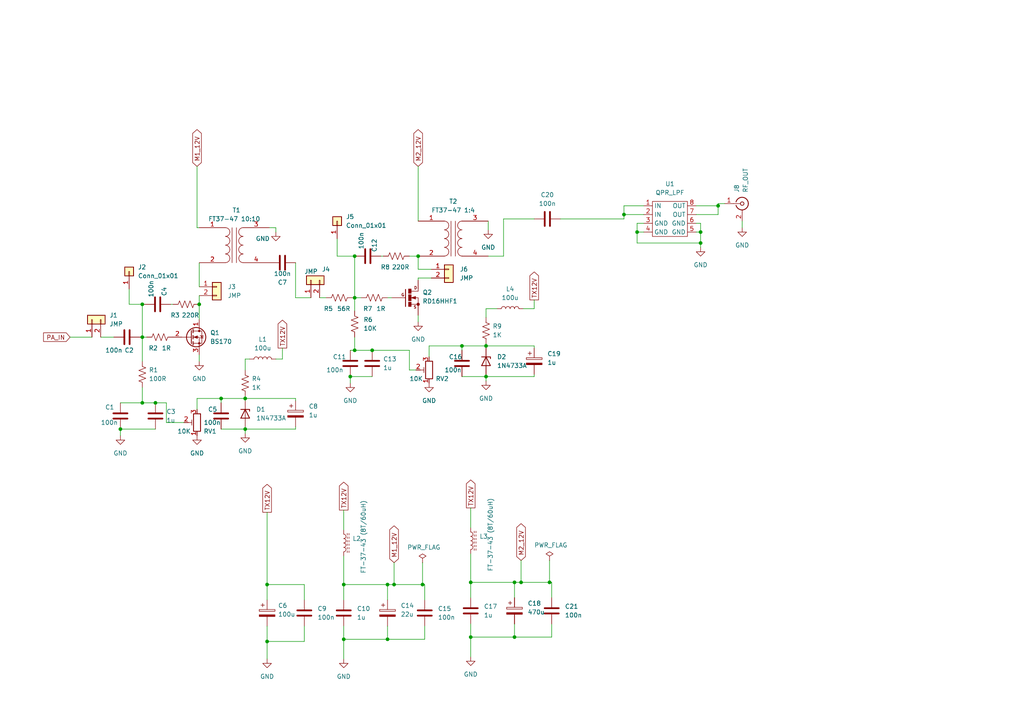
<source format=kicad_sch>
(kicad_sch (version 20211123) (generator eeschema)
  (paper "A4")
  (lib_symbols
    (symbol "Connector:Conn_Coaxial" (pin_names (offset 1.016) hide)
      (property "Reference" "J" (at 0.254 3.048 0))
      (property "Value" "Conn_Coaxial" (at 2.921 0 90))
      (symbol "Conn_Coaxial_0_1"
        (arc (start -1.778 -0.508) (mid 0.2311 -1.8066) (end 1.778 0) (stroke (width 0.254)))
        (polyline (pts (xy -2.54 0) (xy -0.508 0)))
        (polyline (pts (xy 0 -2.54) (xy 0 -1.778)))
        (circle (center 0 0) (radius 0.508) (stroke (width 0.2032)))
        (arc (start 1.778 0) (mid 0.2099 1.8101) (end -1.778 0.508) (stroke (width 0.254)))
      )
      (symbol "Conn_Coaxial_1_1"
        (pin passive line (at -5.08 0 0) (length 2.54) (name "In") (number "1"))
        (pin passive line (at 0 -5.08 90) (length 2.54) (name "Ext") (number "2"))
      )
    )
    (symbol "Connector_Generic:Conn_01x01" (pin_names (offset 1.016) hide)
      (property "Reference" "J" (at 0 2.54 0))
      (property "Value" "Conn_01x01" (at 0 -2.54 0))
      (symbol "Conn_01x01_1_1"
        (rectangle (start -1.27 0.127) (end 0 -0.127) (stroke (width 0.1524)))
        (rectangle (start -1.27 1.27) (end 1.27 -1.27) (stroke (width 0.254)) (fill (type background)))
        (pin passive line (at -5.08 0 0) (length 3.81) (name "Pin_1") (number "1"))
      )
    )
    (symbol "Connector_Generic:Conn_01x02" (pin_names (offset 1.016) hide)
      (property "Reference" "J" (at 0 2.54 0))
      (property "Value" "Conn_01x02" (at 0 -5.08 0))
      (symbol "Conn_01x02_1_1"
        (rectangle (start -1.27 -2.413) (end 0 -2.667) (stroke (width 0.1524)))
        (rectangle (start -1.27 0.127) (end 0 -0.127) (stroke (width 0.1524)))
        (rectangle (start -1.27 1.27) (end 1.27 -3.81) (stroke (width 0.254)) (fill (type background)))
        (pin passive line (at -5.08 0 0) (length 3.81) (name "Pin_1") (number "1"))
        (pin passive line (at -5.08 -2.54 0) (length 3.81) (name "Pin_2") (number "2"))
      )
    )
    (symbol "Custom_RF:Generic Transfomer" (pin_names (offset 1.016) hide)
      (property "Reference" "T" (at 0 6.35 0))
      (property "Value" "Generic Transfomer" (at 0 -7.62 0))
      (symbol "Generic Transfomer_0_1"
        (arc (start -2.54 -5.0546) (mid -1.6599 -4.6901) (end -1.27 -3.81))
        (arc (start -2.54 -2.5146) (mid -1.6599 -2.1501) (end -1.27 -1.27))
        (arc (start -2.54 0.0254) (mid -1.6599 0.3899) (end -1.27 1.27))
        (arc (start -2.54 2.5654) (mid -1.6599 2.9299) (end -1.27 3.81))
        (arc (start -1.27 -3.81) (mid -1.642 -2.912) (end -2.54 -2.54))
        (arc (start -1.27 -1.27) (mid -1.642 -0.372) (end -2.54 0))
        (arc (start -1.27 1.27) (mid -1.642 2.168) (end -2.54 2.54))
        (arc (start -1.27 3.81) (mid -1.642 4.708) (end -2.54 5.08))
        (polyline (pts (xy -0.635 5.08) (xy -0.635 -5.08)))
        (polyline (pts (xy 0.635 -5.08) (xy 0.635 5.08)))
        (arc (start 1.2954 -1.27) (mid 1.6599 -2.1501) (end 2.54 -2.5146))
        (arc (start 1.2954 1.27) (mid 1.6599 0.3899) (end 2.54 0.0254))
        (arc (start 1.2954 3.81) (mid 1.6599 2.9299) (end 2.54 2.5654))
        (arc (start 1.3208 -3.81) (mid 1.6853 -4.6901) (end 2.5654 -5.0546))
        (arc (start 2.54 0) (mid 1.642 -0.372) (end 1.2954 -1.27))
        (arc (start 2.54 2.54) (mid 1.642 2.168) (end 1.2954 1.27))
        (arc (start 2.54 5.08) (mid 1.642 4.708) (end 1.2954 3.81))
        (arc (start 2.5654 -2.54) (mid 1.6674 -2.912) (end 1.3208 -3.81))
      )
      (symbol "Generic Transfomer_1_1"
        (pin passive line (at -10.16 5.08 0) (length 7.62) (name "AA") (number "1"))
        (pin passive line (at -10.16 -5.08 0) (length 7.62) (name "AB") (number "2"))
        (pin passive line (at 10.16 5.08 180) (length 7.62) (name "SB") (number "3"))
        (pin passive line (at 10.16 -5.08 180) (length 7.62) (name "SA") (number "4"))
      )
    )
    (symbol "Custom_RF:QPR_Filter"
      (property "Reference" "U" (at 0 7.62 0))
      (property "Value" "QPR_Filter" (at 0 -7.62 0))
      (symbol "QPR_Filter_0_1"
        (rectangle (start -5.08 5.08) (end 5.08 -5.08))
      )
      (symbol "QPR_Filter_1_1"
        (pin bidirectional line (at -7.62 3.81 0) (length 2.54) (name "IN") (number "1"))
        (pin bidirectional line (at -7.62 1.27 0) (length 2.54) (name "IN") (number "2"))
        (pin power_in line (at -7.62 -1.27 0) (length 2.54) (name "GND") (number "3"))
        (pin power_in line (at -7.62 -3.81 0) (length 2.54) (name "GND") (number "4"))
        (pin power_in line (at 7.62 -3.81 180) (length 2.54) (name "GND") (number "5"))
        (pin power_in line (at 7.62 -1.27 180) (length 2.54) (name "GND") (number "6"))
        (pin bidirectional line (at 7.62 1.27 180) (length 2.54) (name "OUT") (number "7"))
        (pin bidirectional line (at 7.62 3.81 180) (length 2.54) (name "OUT") (number "8"))
      )
    )
    (symbol "Custom_RF:RD16HHF1" (pin_numbers hide) (pin_names (offset 1.016) hide)
      (property "Reference" "Q" (at 3.302 0.508 0))
      (property "Value" "RD16HHF1" (at 3.302 -0.508 0))
      (symbol "RD16HHF1_0_0"
        (rectangle (start -0.254 -2.54) (end 0.508 -1.27) (fill (type outline)))
        (rectangle (start -0.254 -0.889) (end 0.508 0.889) (fill (type outline)))
        (rectangle (start -0.254 1.27) (end 0.508 2.54) (fill (type outline)))
        (polyline (pts (xy -1.1176 0) (xy -2.54 0)) (stroke (width 0.1524)))
        (polyline (pts (xy -1.1176 0) (xy -1.1176 -2.54)) (stroke (width 0.254)))
        (polyline (pts (xy -1.1176 2.413) (xy -1.1176 0)) (stroke (width 0.254)))
        (polyline (pts (xy 0.508 -1.905) (xy 2.54 -1.905)) (stroke (width 0.1524)))
        (polyline (pts (xy 0.508 0) (xy 1.143 0)) (stroke (width 0.1524)))
        (polyline (pts (xy 0.508 0) (xy 1.778 0.381)) (stroke (width 0.1524)))
        (polyline (pts (xy 1.143 0) (xy 1.651 -0.127)) (stroke (width 0.3048)))
        (polyline (pts (xy 1.143 0) (xy 2.54 0)) (stroke (width 0.1524)))
        (polyline (pts (xy 1.651 0.127) (xy 1.143 0)) (stroke (width 0.3048)))
        (polyline (pts (xy 1.778 -0.381) (xy 0.508 0)) (stroke (width 0.1524)))
        (polyline (pts (xy 1.778 0.381) (xy 1.778 -0.381)) (stroke (width 0.1524)))
        (polyline (pts (xy 2.54 -1.905) (xy 2.54 -2.54)) (stroke (width 0.1524)))
        (polyline (pts (xy 2.54 0) (xy 2.54 -1.905)) (stroke (width 0.1524)))
        (polyline (pts (xy 2.54 1.905) (xy 0.5334 1.905)) (stroke (width 0.1524)))
        (polyline (pts (xy 2.54 2.54) (xy 2.54 1.905)) (stroke (width 0.1524)))
        (circle (center 2.54 -1.905) (radius 0.254) (stroke (width 0.4064)))
        (text "D" (at 1.27 2.413 0) (effects (font (size 0.8128 0.8128)) (justify left bottom)))
        (text "G" (at -2.413 0.381 0) (effects (font (size 0.8128 0.8128)) (justify left bottom)))
        (text "S" (at 1.143 -3.175 0) (effects (font (size 0.8128 0.8128)) (justify left bottom)))
        (pin passive line (at -5.08 0 0) (length 2.54) (name "~") (number "1"))
        (pin passive line (at 2.54 -5.08 90) (length 2.54) (name "~") (number "2"))
        (pin passive line (at 2.54 5.08 270) (length 2.54) (name "~") (number "3"))
      )
    )
    (symbol "Device:C" (pin_numbers hide) (pin_names (offset 0.254))
      (property "Reference" "C" (at 0.635 2.54 0))
      (property "Value" "C" (at 0.635 -2.54 0))
      (symbol "C_0_1"
        (polyline (pts (xy -2.032 -0.762) (xy 2.032 -0.762)) (stroke (width 0.508)))
        (polyline (pts (xy -2.032 0.762) (xy 2.032 0.762)) (stroke (width 0.508)))
      )
      (symbol "C_1_1"
        (pin passive line (at 0 3.81 270) (length 2.794) (name "~") (number "1"))
        (pin passive line (at 0 -3.81 90) (length 2.794) (name "~") (number "2"))
      )
    )
    (symbol "Device:C_Polarized" (pin_numbers hide) (pin_names (offset 0.254))
      (property "Reference" "C" (at 0.635 2.54 0))
      (property "Value" "C_Polarized" (at 0.635 -2.54 0))
      (symbol "C_Polarized_0_1"
        (rectangle (start -2.286 0.508) (end 2.286 1.016))
        (polyline (pts (xy -1.778 2.286) (xy -0.762 2.286)))
        (polyline (pts (xy -1.27 2.794) (xy -1.27 1.778)))
        (rectangle (start 2.286 -0.508) (end -2.286 -1.016) (fill (type outline)))
      )
      (symbol "C_Polarized_1_1"
        (pin passive line (at 0 3.81 270) (length 2.794) (name "~") (number "1"))
        (pin passive line (at 0 -3.81 90) (length 2.794) (name "~") (number "2"))
      )
    )
    (symbol "Device:L" (pin_numbers hide) (pin_names (offset 1.016) hide)
      (property "Reference" "L" (at -1.27 0 90))
      (property "Value" "L" (at 1.905 0 90))
      (symbol "L_0_1"
        (arc (start 0 -2.54) (mid 0.635 -1.905) (end 0 -1.27))
        (arc (start 0 -1.27) (mid 0.635 -0.635) (end 0 0))
        (arc (start 0 0) (mid 0.635 0.635) (end 0 1.27))
        (arc (start 0 1.27) (mid 0.635 1.905) (end 0 2.54))
      )
      (symbol "L_1_1"
        (pin passive line (at 0 3.81 270) (length 1.27) (name "1") (number "1"))
        (pin passive line (at 0 -3.81 90) (length 1.27) (name "2") (number "2"))
      )
    )
    (symbol "Device:L_Ferrite" (pin_numbers hide) (pin_names (offset 1.016) hide)
      (property "Reference" "L" (at -1.27 0 90))
      (property "Value" "L_Ferrite" (at 2.794 0 90))
      (symbol "L_Ferrite_0_1"
        (arc (start 0 -2.54) (mid 0.635 -1.905) (end 0 -1.27))
        (arc (start 0 -1.27) (mid 0.635 -0.635) (end 0 0))
        (polyline (pts (xy 1.016 -2.794) (xy 1.016 -2.286)))
        (polyline (pts (xy 1.016 -1.778) (xy 1.016 -1.27)))
        (polyline (pts (xy 1.016 -0.762) (xy 1.016 -0.254)))
        (polyline (pts (xy 1.016 0.254) (xy 1.016 0.762)))
        (polyline (pts (xy 1.016 1.27) (xy 1.016 1.778)))
        (polyline (pts (xy 1.016 2.286) (xy 1.016 2.794)))
        (polyline (pts (xy 1.524 -2.286) (xy 1.524 -2.794)))
        (polyline (pts (xy 1.524 -1.27) (xy 1.524 -1.778)))
        (polyline (pts (xy 1.524 -0.254) (xy 1.524 -0.762)))
        (polyline (pts (xy 1.524 0.762) (xy 1.524 0.254)))
        (polyline (pts (xy 1.524 1.778) (xy 1.524 1.27)))
        (polyline (pts (xy 1.524 2.794) (xy 1.524 2.286)))
        (arc (start 0 0) (mid 0.635 0.635) (end 0 1.27))
        (arc (start 0 1.27) (mid 0.635 1.905) (end 0 2.54))
      )
      (symbol "L_Ferrite_1_1"
        (pin passive line (at 0 3.81 270) (length 1.27) (name "1") (number "1"))
        (pin passive line (at 0 -3.81 90) (length 1.27) (name "2") (number "2"))
      )
    )
    (symbol "Device:R_Potentiometer_Trim" (pin_names (offset 1.016) hide)
      (property "Reference" "RV" (at -4.445 0 90))
      (property "Value" "R_Potentiometer_Trim" (at -2.54 0 90))
      (symbol "R_Potentiometer_Trim_0_1"
        (polyline (pts (xy 1.524 0.762) (xy 1.524 -0.762)))
        (polyline (pts (xy 2.54 0) (xy 1.524 0)))
        (rectangle (start 1.016 2.54) (end -1.016 -2.54) (stroke (width 0.254)))
      )
      (symbol "R_Potentiometer_Trim_1_1"
        (pin passive line (at 0 3.81 270) (length 1.27) (name "1") (number "1"))
        (pin passive line (at 3.81 0 180) (length 1.27) (name "2") (number "2"))
        (pin passive line (at 0 -3.81 90) (length 1.27) (name "3") (number "3"))
      )
    )
    (symbol "Device:R_US" (pin_numbers hide) (pin_names (offset 0))
      (property "Reference" "R" (at 2.54 0 90))
      (property "Value" "R_US" (at -2.54 0 90))
      (symbol "R_US_0_1"
        (polyline (pts (xy 0 -2.286) (xy 0 -2.54)))
        (polyline (pts (xy 0 2.286) (xy 0 2.54)))
        (polyline (pts (xy 0 -0.762) (xy 1.016 -1.143) (xy 0 -1.524) (xy -1.016 -1.905) (xy 0 -2.286)))
        (polyline (pts (xy 0 0.762) (xy 1.016 0.381) (xy 0 0) (xy -1.016 -0.381) (xy 0 -0.762)))
        (polyline (pts (xy 0 2.286) (xy 1.016 1.905) (xy 0 1.524) (xy -1.016 1.143) (xy 0 0.762)))
      )
      (symbol "R_US_1_1"
        (pin passive line (at 0 3.81 270) (length 1.27) (name "~") (number "1"))
        (pin passive line (at 0 -3.81 90) (length 1.27) (name "~") (number "2"))
      )
    )
    (symbol "Diode:1N47xxA" (pin_numbers hide) (pin_names hide)
      (property "Reference" "D" (at 0 2.54 0))
      (property "Value" "1N47xxA" (at 0 -2.54 0))
      (symbol "1N47xxA_0_1"
        (polyline (pts (xy 1.27 0) (xy -1.27 0)))
        (polyline (pts (xy -1.27 -1.27) (xy -1.27 1.27) (xy -0.762 1.27)) (stroke (width 0.254)))
        (polyline (pts (xy 1.27 -1.27) (xy 1.27 1.27) (xy -1.27 0) (xy 1.27 -1.27)) (stroke (width 0.254)))
      )
      (symbol "1N47xxA_1_1"
        (pin passive line (at -3.81 0 0) (length 2.54) (name "K") (number "1"))
        (pin passive line (at 3.81 0 180) (length 2.54) (name "A") (number "2"))
      )
    )
    (symbol "Transistor_FET:BS170" (pin_names hide)
      (property "Reference" "Q" (at 5.08 1.905 0))
      (property "Value" "BS170" (at 5.08 0 0))
      (symbol "BS170_0_1"
        (polyline (pts (xy 0.254 0) (xy -2.54 0)))
        (polyline (pts (xy 0.254 1.905) (xy 0.254 -1.905)) (stroke (width 0.254)))
        (polyline (pts (xy 0.762 -1.27) (xy 0.762 -2.286)) (stroke (width 0.254)))
        (polyline (pts (xy 0.762 0.508) (xy 0.762 -0.508)) (stroke (width 0.254)))
        (polyline (pts (xy 0.762 2.286) (xy 0.762 1.27)) (stroke (width 0.254)))
        (polyline (pts (xy 2.54 2.54) (xy 2.54 1.778)))
        (polyline (pts (xy 2.54 -2.54) (xy 2.54 0) (xy 0.762 0)))
        (polyline (pts (xy 0.762 -1.778) (xy 3.302 -1.778) (xy 3.302 1.778) (xy 0.762 1.778)))
        (polyline (pts (xy 1.016 0) (xy 2.032 0.381) (xy 2.032 -0.381) (xy 1.016 0)) (fill (type outline)))
        (polyline (pts (xy 2.794 0.508) (xy 2.921 0.381) (xy 3.683 0.381) (xy 3.81 0.254)))
        (polyline (pts (xy 3.302 0.381) (xy 2.921 -0.254) (xy 3.683 -0.254) (xy 3.302 0.381)))
        (circle (center 1.651 0) (radius 2.794) (stroke (width 0.254)))
        (circle (center 2.54 -1.778) (radius 0.254) (fill (type outline)))
        (circle (center 2.54 1.778) (radius 0.254) (fill (type outline)))
      )
      (symbol "BS170_1_1"
        (pin passive line (at 2.54 5.08 270) (length 2.54) (name "D") (number "1"))
        (pin input line (at -5.08 0 0) (length 2.54) (name "G") (number "2"))
        (pin passive line (at 2.54 -5.08 90) (length 2.54) (name "S") (number "3"))
      )
    )
    (symbol "power:GND" (power) (pin_names (offset 0))
      (property "Value" "GND" (at 0 -3.81 0))
      (symbol "GND_0_1"
        (polyline (pts (xy 0 0) (xy 0 -1.27) (xy 1.27 -1.27) (xy 0 -2.54) (xy -1.27 -1.27) (xy 0 -1.27)))
      )
      (symbol "GND_1_1"
        (pin power_in line (at 0 0 270) (length 0) hide (name "GND") (number "1"))
      )
    )
    (symbol "power:PWR_FLAG" (power) (pin_numbers hide) (pin_names (offset 0) hide)
      (property "Value" "PWR_FLAG" (at 0 3.81 0))
      (symbol "PWR_FLAG_0_0"
        (pin power_out line (at 0 0 90) (length 0) (name "pwr") (number "1"))
      )
      (symbol "PWR_FLAG_0_1"
        (polyline (pts (xy 0 0) (xy 0 1.27) (xy -1.016 1.905) (xy 0 2.54) (xy 1.016 1.905) (xy 0 1.27)))
      )
    )
  )
  (junction (at 107.95 101.6))
  (junction (at 136.525 168.91))
  (junction (at 149.225 184.785))
  (junction (at 203.2 70.485))
  (junction (at 77.47 186.055))
  (junction (at 102.87 101.6))
  (junction (at 41.275 97.79))
  (junction (at 57.785 88.265))
  (junction (at 159.385 168.91))
  (junction (at 180.975 62.23))
  (junction (at 64.135 115.57))
  (junction (at 99.695 185.42))
  (junction (at 102.87 86.36))
  (junction (at 77.47 169.545))
  (junction (at 41.275 88.265))
  (junction (at 140.97 100.33))
  (junction (at 203.2 67.31))
  (junction (at 41.275 116.84))
  (junction (at 133.985 100.33))
  (junction (at 151.13 168.91))
  (junction (at 102.87 74.295))
  (junction (at 122.555 169.545))
  (junction (at 99.695 169.545))
  (junction (at 101.6 109.22))
  (junction (at 184.785 67.31))
  (junction (at 114.3 169.545))
  (junction (at 112.395 169.545))
  (junction (at 208.28 59.69))
  (junction (at 45.085 116.84))
  (junction (at 121.285 74.295))
  (junction (at 140.97 109.22))
  (junction (at 34.925 124.46))
  (junction (at 112.395 185.42))
  (junction (at 136.525 184.785))
  (junction (at 149.225 168.91))
  (junction (at 71.12 115.57))
  (junction (at 71.12 124.46))
  (wire (pts (xy 184.785 70.485) (xy 203.2 70.485)))
  (wire (pts (xy 29.21 97.79) (xy 33.02 97.79)))
  (wire (pts (xy 41.91 88.265) (xy 41.275 88.265)))
  (wire (pts (xy 71.12 124.46) (xy 85.725 124.46)))
  (wire (pts (xy 99.695 169.545) (xy 99.695 173.99)))
  (wire (pts (xy 112.395 86.36) (xy 113.665 86.36)))
  (wire (pts (xy 101.6 111.125) (xy 101.6 109.22)))
  (wire (pts (xy 215.265 64.135) (xy 215.265 66.04)))
  (wire (pts (xy 201.93 64.77) (xy 203.2 64.77)))
  (wire (pts (xy 123.19 185.42) (xy 123.19 181.61)))
  (wire (pts (xy 77.47 169.545) (xy 77.47 173.99)))
  (wire (pts (xy 146.05 63.5) (xy 146.05 74.295)))
  (wire (pts (xy 121.285 48.26) (xy 121.285 64.135)))
  (wire (pts (xy 41.275 97.79) (xy 42.545 97.79)))
  (wire (pts (xy 180.975 63.5) (xy 180.975 62.23)))
  (wire (pts (xy 154.94 109.22) (xy 154.94 108.585)))
  (wire (pts (xy 118.745 101.6) (xy 107.95 101.6)))
  (wire (pts (xy 180.975 59.69) (xy 186.69 59.69)))
  (wire (pts (xy 88.265 169.545) (xy 88.265 173.99)))
  (wire (pts (xy 71.12 124.46) (xy 64.135 124.46)))
  (wire (pts (xy 85.725 115.57) (xy 85.725 116.205)))
  (wire (pts (xy 122.555 169.545) (xy 123.19 169.545)))
  (wire (pts (xy 118.745 107.315) (xy 118.745 101.6)))
  (wire (pts (xy 121.285 91.44) (xy 121.285 93.345)))
  (wire (pts (xy 208.28 59.055) (xy 208.28 59.69)))
  (wire (pts (xy 136.525 168.91) (xy 136.525 173.355)))
  (wire (pts (xy 133.985 100.33) (xy 140.97 100.33)))
  (wire (pts (xy 102.87 74.295) (xy 97.79 74.295)))
  (wire (pts (xy 125.095 80.645) (xy 121.285 80.645)))
  (wire (pts (xy 123.19 169.545) (xy 123.19 173.99)))
  (wire (pts (xy 102.87 86.36) (xy 104.775 86.36)))
  (wire (pts (xy 34.925 124.46) (xy 45.085 124.46)))
  (wire (pts (xy 99.695 147.955) (xy 99.695 153.67)))
  (wire (pts (xy 203.2 70.485) (xy 203.2 67.31)))
  (wire (pts (xy 71.12 104.14) (xy 71.12 107.315)))
  (wire (pts (xy 102.87 74.295) (xy 102.87 86.36)))
  (wire (pts (xy 208.28 59.69) (xy 201.93 59.69)))
  (wire (pts (xy 57.15 115.57) (xy 64.135 115.57)))
  (wire (pts (xy 121.285 78.105) (xy 121.285 74.295)))
  (wire (pts (xy 41.275 116.84) (xy 45.085 116.84)))
  (wire (pts (xy 85.725 76.2) (xy 85.725 86.36)))
  (wire (pts (xy 99.695 169.545) (xy 112.395 169.545)))
  (wire (pts (xy 136.525 184.785) (xy 136.525 190.5)))
  (wire (pts (xy 85.725 124.46) (xy 85.725 123.825)))
  (wire (pts (xy 80.01 66.04) (xy 80.01 67.31)))
  (wire (pts (xy 141.605 66.675) (xy 141.605 64.135)))
  (wire (pts (xy 80.01 104.14) (xy 81.915 104.14)))
  (wire (pts (xy 162.56 63.5) (xy 180.975 63.5)))
  (wire (pts (xy 77.47 186.055) (xy 88.265 186.055)))
  (wire (pts (xy 20.32 97.79) (xy 26.67 97.79)))
  (wire (pts (xy 184.785 67.31) (xy 184.785 70.485)))
  (wire (pts (xy 71.12 123.825) (xy 71.12 124.46)))
  (wire (pts (xy 151.765 89.535) (xy 154.94 89.535)))
  (wire (pts (xy 77.47 181.61) (xy 77.47 186.055)))
  (wire (pts (xy 57.785 102.87) (xy 57.785 104.775)))
  (wire (pts (xy 140.97 100.33) (xy 140.97 99.695)))
  (wire (pts (xy 208.28 62.23) (xy 208.28 59.69)))
  (wire (pts (xy 125.095 78.105) (xy 121.285 78.105)))
  (wire (pts (xy 102.235 86.36) (xy 102.87 86.36)))
  (wire (pts (xy 151.13 162.56) (xy 151.13 168.91)))
  (wire (pts (xy 57.785 76.2) (xy 57.785 83.185)))
  (wire (pts (xy 77.47 186.055) (xy 77.47 191.135)))
  (wire (pts (xy 101.6 101.6) (xy 102.87 101.6)))
  (wire (pts (xy 41.275 112.395) (xy 41.275 116.84)))
  (wire (pts (xy 37.465 88.265) (xy 37.465 83.82)))
  (wire (pts (xy 41.275 88.265) (xy 37.465 88.265)))
  (wire (pts (xy 124.46 100.33) (xy 124.46 103.505)))
  (wire (pts (xy 149.225 168.91) (xy 151.13 168.91)))
  (wire (pts (xy 77.47 148.59) (xy 77.47 169.545)))
  (wire (pts (xy 140.97 108.585) (xy 140.97 109.22)))
  (wire (pts (xy 136.525 147.32) (xy 136.525 153.035)))
  (wire (pts (xy 41.275 97.79) (xy 41.275 104.775)))
  (wire (pts (xy 49.53 88.265) (xy 50.165 88.265)))
  (wire (pts (xy 77.47 169.545) (xy 88.265 169.545)))
  (wire (pts (xy 102.87 90.17) (xy 102.87 86.36)))
  (wire (pts (xy 112.395 169.545) (xy 112.395 173.99)))
  (wire (pts (xy 102.87 101.6) (xy 107.95 101.6)))
  (wire (pts (xy 149.225 184.785) (xy 160.02 184.785)))
  (wire (pts (xy 40.64 97.79) (xy 41.275 97.79)))
  (wire (pts (xy 124.46 100.33) (xy 133.985 100.33)))
  (wire (pts (xy 64.135 115.57) (xy 71.12 115.57)))
  (wire (pts (xy 92.71 86.36) (xy 94.615 86.36)))
  (wire (pts (xy 48.26 122.555) (xy 48.26 116.84)))
  (wire (pts (xy 184.785 67.31) (xy 186.69 67.31)))
  (wire (pts (xy 34.925 126.365) (xy 34.925 124.46)))
  (wire (pts (xy 71.12 115.57) (xy 71.12 114.935)))
  (wire (pts (xy 140.97 89.535) (xy 140.97 92.075)))
  (wire (pts (xy 110.49 74.295) (xy 111.125 74.295)))
  (wire (pts (xy 112.395 169.545) (xy 114.3 169.545)))
  (wire (pts (xy 71.12 116.205) (xy 71.12 115.57)))
  (wire (pts (xy 99.695 185.42) (xy 99.695 191.135)))
  (wire (pts (xy 136.525 180.975) (xy 136.525 184.785)))
  (wire (pts (xy 144.145 89.535) (xy 140.97 89.535)))
  (wire (pts (xy 159.385 168.91) (xy 160.02 168.91)))
  (wire (pts (xy 186.69 64.77) (xy 184.785 64.77)))
  (wire (pts (xy 136.525 184.785) (xy 149.225 184.785)))
  (wire (pts (xy 71.12 115.57) (xy 85.725 115.57)))
  (wire (pts (xy 140.97 110.49) (xy 140.97 109.22)))
  (wire (pts (xy 122.555 163.195) (xy 122.555 169.545)))
  (wire (pts (xy 136.525 160.655) (xy 136.525 168.91)))
  (wire (pts (xy 140.97 109.22) (xy 133.985 109.22)))
  (wire (pts (xy 140.97 100.33) (xy 154.94 100.33)))
  (wire (pts (xy 101.6 109.22) (xy 107.95 109.22)))
  (wire (pts (xy 140.97 109.22) (xy 154.94 109.22)))
  (wire (pts (xy 34.925 116.84) (xy 41.275 116.84)))
  (wire (pts (xy 133.985 100.33) (xy 133.985 101.6)))
  (wire (pts (xy 121.285 80.645) (xy 121.285 81.28)))
  (wire (pts (xy 154.94 86.995) (xy 154.94 89.535)))
  (wire (pts (xy 57.785 85.725) (xy 57.785 88.265)))
  (wire (pts (xy 210.185 59.055) (xy 208.28 59.055)))
  (wire (pts (xy 141.605 74.295) (xy 146.05 74.295)))
  (wire (pts (xy 57.15 115.57) (xy 57.15 118.745)))
  (wire (pts (xy 184.785 64.77) (xy 184.785 67.31)))
  (wire (pts (xy 136.525 168.91) (xy 149.225 168.91)))
  (wire (pts (xy 160.02 184.785) (xy 160.02 180.975)))
  (wire (pts (xy 160.02 168.91) (xy 160.02 173.355)))
  (wire (pts (xy 45.085 116.84) (xy 48.26 116.84)))
  (wire (pts (xy 180.975 62.23) (xy 186.69 62.23)))
  (wire (pts (xy 102.87 97.79) (xy 102.87 101.6)))
  (wire (pts (xy 81.915 100.965) (xy 81.915 104.14)))
  (wire (pts (xy 114.3 163.195) (xy 114.3 169.545)))
  (wire (pts (xy 149.225 168.91) (xy 149.225 173.355)))
  (wire (pts (xy 112.395 181.61) (xy 112.395 185.42)))
  (wire (pts (xy 88.265 186.055) (xy 88.265 181.61)))
  (wire (pts (xy 159.385 162.56) (xy 159.385 168.91)))
  (wire (pts (xy 180.975 62.23) (xy 180.975 59.69)))
  (wire (pts (xy 41.275 88.265) (xy 41.275 97.79)))
  (wire (pts (xy 203.2 67.31) (xy 201.93 67.31)))
  (wire (pts (xy 48.26 122.555) (xy 53.34 122.555)))
  (wire (pts (xy 97.79 74.295) (xy 97.79 69.215)))
  (wire (pts (xy 72.39 104.14) (xy 71.12 104.14)))
  (wire (pts (xy 64.135 115.57) (xy 64.135 116.84)))
  (wire (pts (xy 118.745 74.295) (xy 121.285 74.295)))
  (wire (pts (xy 120.65 107.315) (xy 118.745 107.315)))
  (wire (pts (xy 78.105 66.04) (xy 80.01 66.04)))
  (wire (pts (xy 71.12 125.73) (xy 71.12 124.46)))
  (wire (pts (xy 201.93 62.23) (xy 208.28 62.23)))
  (wire (pts (xy 154.94 63.5) (xy 146.05 63.5)))
  (wire (pts (xy 203.2 70.485) (xy 203.2 71.755)))
  (wire (pts (xy 99.695 181.61) (xy 99.695 185.42)))
  (wire (pts (xy 57.15 66.04) (xy 57.785 66.04)))
  (wire (pts (xy 203.2 64.77) (xy 203.2 67.31)))
  (wire (pts (xy 154.94 100.33) (xy 154.94 100.965)))
  (wire (pts (xy 149.225 180.975) (xy 149.225 184.785)))
  (wire (pts (xy 151.13 168.91) (xy 159.385 168.91)))
  (wire (pts (xy 57.15 48.26) (xy 57.15 66.04)))
  (wire (pts (xy 57.785 88.265) (xy 57.785 92.71)))
  (wire (pts (xy 99.695 185.42) (xy 112.395 185.42)))
  (wire (pts (xy 114.3 169.545) (xy 122.555 169.545)))
  (wire (pts (xy 85.725 86.36) (xy 90.17 86.36)))
  (wire (pts (xy 112.395 185.42) (xy 123.19 185.42)))
  (wire (pts (xy 99.695 161.29) (xy 99.695 169.545)))
  (wire (pts (xy 140.97 100.965) (xy 140.97 100.33)))
  (global_label "TX12V" (shape output) (at 154.94 86.995 90) (property "Intersheet References" "${INTERSHEET_REFS}" (effects hide)))
  (global_label "TX12V" (shape output) (at 77.47 148.59 90) (property "Intersheet References" "${INTERSHEET_REFS}" (effects hide)))
  (global_label "M2_12V" (shape bidirectional) (at 121.285 48.26 90) (property "Intersheet References" "${INTERSHEET_REFS}" (effects hide)))
  (global_label "TX12V" (shape output) (at 81.915 100.965 90) (property "Intersheet References" "${INTERSHEET_REFS}" (effects hide)))
  (global_label "PA_IN" (shape input) (at 20.32 97.79 180) (property "Intersheet References" "${INTERSHEET_REFS}" (effects hide)))
  (global_label "TX12V" (shape output) (at 136.525 147.32 90) (property "Intersheet References" "${INTERSHEET_REFS}" (effects hide)))
  (global_label "TX12V" (shape output) (at 99.695 147.955 90) (property "Intersheet References" "${INTERSHEET_REFS}" (effects hide)))
  (global_label "M1_12V" (shape bidirectional) (at 57.15 48.26 90) (property "Intersheet References" "${INTERSHEET_REFS}" (effects hide)))
  (global_label "M2_12V" (shape bidirectional) (at 151.13 162.56 90) (property "Intersheet References" "${INTERSHEET_REFS}" (effects hide)))
  (global_label "M1_12V" (shape bidirectional) (at 114.3 163.195 90) (property "Intersheet References" "${INTERSHEET_REFS}" (effects hide)))
  (symbol (lib_id "Device:C") (at 136.525 177.165 0) (unit 1)
    (property "Reference" "C17" (at 140.335 175.8949 0) (effects (justify left)))
    (property "Value" "1u" (at 140.335 178.4349 0) (effects (justify left)))
    (property "Footprint" "Capacitor_SMD:C_1206_3216Metric" (effects hide))
  )
  (symbol (lib_id "Device:R_US") (at 108.585 86.36 270) (unit 1)
    (property "Reference" "R7" (at 106.68 89.535 90))
    (property "Value" "1R" (at 110.49 89.535 90))
    (property "Footprint" "Resistor_SMD:R_1206_3216Metric" (effects hide))
  )
  (symbol (lib_id "Device:R_US") (at 102.87 93.98 180) (unit 1)
    (property "Reference" "R6" (at 105.41 92.7099 0) (effects (justify right)))
    (property "Value" "10K" (at 105.41 95.2499 0) (effects (justify right)))
    (property "Footprint" "Resistor_SMD:R_1206_3216Metric" (effects hide))
  )
  (symbol (lib_id "Device:L") (at 147.955 89.535 90) (unit 1)
    (property "Reference" "L4" (at 147.955 83.82 90))
    (property "Value" "100u" (at 147.955 86.36 90))
    (property "Footprint" "Inductor_SMD:L_1206_3216Metric_Pad1.42x1.75mm_HandSolder" (effects hide))
  )
  (symbol (lib_id "power:GND") (at 121.285 93.345 0) (unit 1)
    (property "Reference" "#PWR09" (effects hide))
    (property "Value" "GND" (at 121.285 98.425 0))
  )
  (symbol (lib_id "Device:C") (at 34.925 120.65 0) (unit 1)
    (property "Reference" "C1" (at 30.48 118.11 0) (effects (justify left)))
    (property "Value" "100n" (at 29.21 122.555 0) (effects (justify left)))
    (property "Footprint" "Capacitor_SMD:C_1206_3216Metric" (effects hide))
  )
  (symbol (lib_id "Device:C") (at 88.265 177.8 0) (unit 1)
    (property "Reference" "C9" (at 92.075 176.5299 0) (effects (justify left)))
    (property "Value" "100n" (at 92.075 179.0699 0) (effects (justify left)))
    (property "Footprint" "Capacitor_SMD:C_1206_3216Metric" (effects hide))
  )
  (symbol (lib_id "Connector_Generic:Conn_01x02") (at 130.175 78.105 0) (unit 1)
    (property "Reference" "J6" (at 133.35 78.1049 0) (effects (justify left)))
    (property "Value" "JMP" (at 133.35 80.6449 0) (effects (justify left)))
    (property "Footprint" "Connector_PinHeader_2.54mm:PinHeader_1x02_P2.54mm_Vertical" (effects hide))
  )
  (symbol (lib_id "power:GND") (at 140.97 110.49 0) (unit 1)
    (property "Reference" "#PWR012" (effects hide))
    (property "Value" "GND" (at 140.97 115.57 0))
  )
  (symbol (lib_id "Connector_Generic:Conn_01x02") (at 62.865 83.185 0) (unit 1)
    (property "Reference" "J3" (at 66.04 83.1849 0) (effects (justify left)))
    (property "Value" "JMP" (at 66.04 85.7249 0) (effects (justify left)))
    (property "Footprint" "Connector_PinHeader_2.54mm:PinHeader_1x02_P2.54mm_Vertical" (effects hide))
  )
  (symbol (lib_id "Device:R_US") (at 140.97 95.885 0) (unit 1)
    (property "Reference" "R9" (at 142.875 94.6149 0) (effects (justify left)))
    (property "Value" "1K" (at 142.875 97.1549 0) (effects (justify left)))
    (property "Footprint" "Resistor_SMD:R_1206_3216Metric" (effects hide))
  )
  (symbol (lib_id "Device:L_Ferrite") (at 136.525 156.845 0) (unit 1)
    (property "Reference" "L3" (at 139.065 155.5749 0) (effects (justify left)))
    (property "Value" "FT-37-43 (8T/60uH)" (at 142.24 165.735 90) (effects (justify left)))
    (property "Footprint" "Inductor_THT:L_Toroid_Horizontal_D9.5mm_P15.00mm_Diameter10-5mm_Amidon-T37" (effects hide))
  )
  (symbol (lib_id "Device:C") (at 123.19 177.8 0) (unit 1)
    (property "Reference" "C15" (at 127 176.5299 0) (effects (justify left)))
    (property "Value" "100n" (at 127 179.0699 0) (effects (justify left)))
    (property "Footprint" "Capacitor_SMD:C_1206_3216Metric" (effects hide))
  )
  (symbol (lib_id "Device:R_US") (at 98.425 86.36 270) (unit 1)
    (property "Reference" "R5" (at 95.25 89.535 90))
    (property "Value" "56R" (at 99.695 89.535 90))
    (property "Footprint" "Resistor_SMD:R_1206_3216Metric" (effects hide))
  )
  (symbol (lib_id "Diode:1N47xxA") (at 140.97 104.775 270) (unit 1)
    (property "Reference" "D2" (at 144.145 103.5049 90) (effects (justify left)))
    (property "Value" "1N4733A" (at 144.145 106.0449 90) (effects (justify left)))
    (property "Footprint" "Diode_THT:D_DO-41_SOD81_P10.16mm_Horizontal" (effects hide))
    (property "Datasheet" "https://www.vishay.com/docs/85816/1n4728a.pdf" (effects hide))
  )
  (symbol (lib_id "power:PWR_FLAG") (at 122.555 163.195 0) (unit 1)
    (property "Reference" "#FLG01" (effects hide))
    (property "Value" "PWR_FLAG" (at 118.11 158.75 0) (effects (justify left)))
  )
  (symbol (lib_id "Device:C") (at 64.135 120.65 0) (unit 1)
    (property "Reference" "C5" (at 60.325 118.745 0) (effects (justify left)))
    (property "Value" "100n" (at 59.055 122.555 0) (effects (justify left)))
    (property "Footprint" "Capacitor_SMD:C_1206_3216Metric" (effects hide))
  )
  (symbol (lib_id "Diode:1N47xxA") (at 71.12 120.015 270) (unit 1)
    (property "Reference" "D1" (at 74.295 118.7449 90) (effects (justify left)))
    (property "Value" "1N4733A" (at 74.295 121.2849 90) (effects (justify left)))
    (property "Footprint" "Diode_THT:D_DO-41_SOD81_P10.16mm_Horizontal" (effects hide))
    (property "Datasheet" "https://www.vishay.com/docs/85816/1n4728a.pdf" (effects hide))
  )
  (symbol (lib_id "Device:C") (at 107.95 105.41 0) (unit 1)
    (property "Reference" "C13" (at 111.125 104.1399 0) (effects (justify left)))
    (property "Value" "1u" (at 111.125 106.6799 0) (effects (justify left)))
    (property "Footprint" "Capacitor_SMD:C_1206_3216Metric" (effects hide))
  )
  (symbol (lib_id "power:GND") (at 136.525 190.5 0) (unit 1)
    (property "Reference" "#PWR011" (effects hide))
    (property "Value" "GND" (at 136.525 195.58 0))
  )
  (symbol (lib_id "power:GND") (at 57.785 104.775 0) (unit 1)
    (property "Reference" "#PWR03" (effects hide))
    (property "Value" "GND" (at 57.785 109.855 0))
  )
  (symbol (lib_id "power:GND") (at 124.46 111.125 0) (unit 1)
    (property "Reference" "#PWR010" (effects hide))
    (property "Value" "GND" (at 124.46 116.205 0))
  )
  (symbol (lib_id "power:GND") (at 215.265 66.04 0) (unit 1)
    (property "Reference" "#PWR015" (effects hide))
    (property "Value" "GND" (at 215.265 71.12 0))
  )
  (symbol (lib_id "power:GND") (at 71.12 125.73 0) (unit 1)
    (property "Reference" "#PWR04" (effects hide))
    (property "Value" "GND" (at 71.12 130.81 0))
  )
  (symbol (lib_id "Connector_Generic:Conn_01x02") (at 90.17 81.28 90) (unit 1)
    (property "Reference" "J4" (at 93.345 78.105 90) (effects (justify right)))
    (property "Value" "JMP" (at 88.265 78.74 90) (effects (justify right)))
    (property "Footprint" "Connector_PinHeader_2.54mm:PinHeader_1x02_P2.54mm_Vertical" (effects hide))
  )
  (symbol (lib_id "Device:C") (at 101.6 105.41 0) (unit 1)
    (property "Reference" "C11" (at 96.52 103.505 0) (effects (justify left)))
    (property "Value" "100n" (at 94.615 107.315 0) (effects (justify left)))
    (property "Footprint" "Capacitor_SMD:C_1206_3216Metric" (effects hide))
  )
  (symbol (lib_id "power:PWR_FLAG") (at 159.385 162.56 0) (unit 1)
    (property "Reference" "#FLG02" (effects hide))
    (property "Value" "PWR_FLAG" (at 154.94 158.115 0) (effects (justify left)))
  )
  (symbol (lib_id "Device:C_Polarized") (at 149.225 177.165 0) (unit 1)
    (property "Reference" "C18" (at 153.035 175.0059 0) (effects (justify left)))
    (property "Value" "470u" (at 153.035 177.5459 0) (effects (justify left)))
    (property "Footprint" "Capacitor_THT:CP_Radial_D8.0mm_P2.50mm" (effects hide))
  )
  (symbol (lib_id "Device:R_US") (at 46.355 97.79 270) (unit 1)
    (property "Reference" "R2" (at 44.45 100.965 90))
    (property "Value" "1R" (at 48.26 100.965 90))
    (property "Footprint" "Resistor_SMD:R_1206_3216Metric" (effects hide))
  )
  (symbol (lib_id "power:GND") (at 34.925 126.365 0) (unit 1)
    (property "Reference" "#PWR01" (effects hide))
    (property "Value" "GND" (at 34.925 131.445 0))
  )
  (symbol (lib_id "Device:C_Polarized") (at 112.395 177.8 0) (unit 1)
    (property "Reference" "C14" (at 116.205 175.6409 0) (effects (justify left)))
    (property "Value" "22u" (at 116.205 178.1809 0) (effects (justify left)))
    (property "Footprint" "Capacitor_THT:CP_Radial_D8.0mm_P2.50mm" (effects hide))
  )
  (symbol (lib_id "Device:L") (at 76.2 104.14 90) (unit 1)
    (property "Reference" "L1" (at 76.2 98.425 90))
    (property "Value" "100u" (at 76.2 100.965 90))
    (property "Footprint" "Inductor_SMD:L_1206_3216Metric_Pad1.42x1.75mm_HandSolder" (effects hide))
  )
  (symbol (lib_id "Device:C") (at 158.75 63.5 90) (unit 1)
    (property "Reference" "C20" (at 158.75 56.515 90))
    (property "Value" "100n" (at 158.75 59.055 90))
    (property "Footprint" "Capacitor_SMD:C_1206_3216Metric" (effects hide))
  )
  (symbol (lib_id "power:GND") (at 57.15 126.365 0) (unit 1)
    (property "Reference" "#PWR02" (effects hide))
    (property "Value" "GND" (at 57.15 131.445 0))
  )
  (symbol (lib_id "Device:C_Polarized") (at 77.47 177.8 0) (unit 1)
    (property "Reference" "C6" (at 80.645 175.6409 0) (effects (justify left)))
    (property "Value" "100u" (at 80.645 178.1809 0) (effects (justify left)))
    (property "Footprint" "Capacitor_THT:CP_Radial_D8.0mm_P2.50mm" (effects hide))
  )
  (symbol (lib_id "Device:C") (at 99.695 177.8 0) (unit 1)
    (property "Reference" "C10" (at 103.505 176.5299 0) (effects (justify left)))
    (property "Value" "1u" (at 103.505 179.0699 0) (effects (justify left)))
    (property "Footprint" "Capacitor_SMD:C_1206_3216Metric" (effects hide))
  )
  (symbol (lib_id "Device:C") (at 45.085 120.65 0) (unit 1)
    (property "Reference" "C3" (at 48.26 119.3799 0) (effects (justify left)))
    (property "Value" "1u" (at 48.26 121.9199 0) (effects (justify left)))
    (property "Footprint" "Capacitor_SMD:C_1206_3216Metric" (effects hide))
  )
  (symbol (lib_id "Device:R_US") (at 53.975 88.265 270) (unit 1)
    (property "Reference" "R3" (at 50.8 91.44 90))
    (property "Value" "220R" (at 55.245 91.44 90))
    (property "Footprint" "Resistor_SMD:R_1206_3216Metric" (effects hide))
  )
  (symbol (lib_id "Connector_Generic:Conn_01x01") (at 37.465 78.74 90) (unit 1)
    (property "Reference" "J2" (at 40.005 77.4699 90) (effects (justify right)))
    (property "Value" "Conn_01x01" (at 40.005 80.0099 90) (effects (justify right)))
    (property "Footprint" "Connector_PinHeader_1.00mm:PinHeader_1x01_P1.00mm_Vertical" (effects hide))
  )
  (symbol (lib_id "Device:C") (at 81.915 76.2 90) (unit 1)
    (property "Reference" "C7" (at 81.915 81.915 90))
    (property "Value" "100n" (at 81.915 79.375 90))
    (property "Footprint" "Capacitor_SMD:C_1206_3216Metric" (effects hide))
  )
  (symbol (lib_id "Device:C") (at 160.02 177.165 0) (unit 1)
    (property "Reference" "C21" (at 163.83 175.8949 0) (effects (justify left)))
    (property "Value" "100n" (at 163.83 178.4349 0) (effects (justify left)))
    (property "Footprint" "Capacitor_SMD:C_1206_3216Metric" (effects hide))
  )
  (symbol (lib_id "Device:R_Potentiometer_Trim") (at 57.15 122.555 180) (unit 1)
    (property "Reference" "RV1" (at 59.055 125.095 0) (effects (justify right)))
    (property "Value" "10K" (at 51.435 125.095 0) (effects (justify right)))
    (property "Footprint" "Potentiometer_THT:Potentiometer_Bourns_3296W_Vertical" (effects hide))
  )
  (symbol (lib_id "Device:R_Potentiometer_Trim") (at 124.46 107.315 180) (unit 1)
    (property "Reference" "RV2" (at 126.365 109.855 0) (effects (justify right)))
    (property "Value" "10K" (at 118.745 109.855 0) (effects (justify right)))
    (property "Footprint" "Potentiometer_THT:Potentiometer_Bourns_3296W_Vertical" (effects hide))
  )
  (symbol (lib_id "Device:R_US") (at 114.935 74.295 270) (unit 1)
    (property "Reference" "R8" (at 111.76 77.47 90))
    (property "Value" "220R" (at 116.205 77.47 90))
    (property "Footprint" "Resistor_SMD:R_1206_3216Metric" (effects hide))
  )
  (symbol (lib_id "Device:C_Polarized") (at 154.94 104.775 0) (unit 1)
    (property "Reference" "C19" (at 158.75 102.6159 0) (effects (justify left)))
    (property "Value" "1u" (at 158.75 105.1559 0) (effects (justify left)))
    (property "Footprint" "Capacitor_THT:CP_Radial_D8.0mm_P2.50mm" (effects hide))
  )
  (symbol (lib_id "power:GND") (at 77.47 191.135 0) (unit 1)
    (property "Reference" "#PWR05" (effects hide))
    (property "Value" "GND" (at 77.47 196.215 0))
  )
  (symbol (lib_id "Device:C") (at 106.68 74.295 270) (unit 1)
    (property "Reference" "C12" (at 108.585 69.215 0) (effects (justify left)))
    (property "Value" "100n" (at 104.775 67.31 0) (effects (justify left)))
    (property "Footprint" "Capacitor_SMD:C_1206_3216Metric" (effects hide))
  )
  (symbol (lib_id "Device:C") (at 36.83 97.79 90) (unit 1)
    (property "Reference" "C2" (at 37.465 101.6 90))
    (property "Value" "100n" (at 33.02 101.6 90))
    (property "Footprint" "Capacitor_SMD:C_1206_3216Metric" (effects hide))
  )
  (symbol (lib_id "Custom_RF:RD16HHF1") (at 118.745 86.36 0) (unit 1)
    (property "Reference" "Q2" (at 122.555 84.8166 0) (effects (justify left)))
    (property "Value" "RD16HHF1" (at 122.555 87.3566 0) (effects (justify left)))
    (property "Footprint" "Custom_RF:TO-220-3" (effects hide))
  )
  (symbol (lib_id "power:GND") (at 141.605 66.675 0) (unit 1)
    (property "Reference" "#PWR013" (effects hide))
    (property "Value" "GND" (at 141.605 71.755 0))
  )
  (symbol (lib_id "Connector_Generic:Conn_01x02") (at 26.67 92.71 90) (unit 1)
    (property "Reference" "J1" (at 31.75 91.4399 90) (effects (justify right)))
    (property "Value" "JMP" (at 31.75 93.9799 90) (effects (justify right)))
    (property "Footprint" "Connector_PinHeader_2.54mm:PinHeader_1x02_P2.54mm_Vertical" (effects hide))
  )
  (symbol (lib_id "power:GND") (at 99.695 191.135 0) (unit 1)
    (property "Reference" "#PWR07" (effects hide))
    (property "Value" "GND" (at 99.695 196.215 0))
  )
  (symbol (lib_id "Device:C_Polarized") (at 85.725 120.015 0) (unit 1)
    (property "Reference" "C8" (at 89.535 117.8559 0) (effects (justify left)))
    (property "Value" "1u" (at 89.535 120.3959 0) (effects (justify left)))
    (property "Footprint" "Capacitor_THT:CP_Radial_D8.0mm_P2.50mm" (effects hide))
  )
  (symbol (lib_id "power:GND") (at 80.01 67.31 0) (unit 1)
    (property "Reference" "#PWR06" (effects hide))
    (property "Value" "GND" (at 76.2 69.215 0))
  )
  (symbol (lib_id "Device:C") (at 133.985 105.41 0) (unit 1)
    (property "Reference" "C16" (at 130.175 103.505 0) (effects (justify left)))
    (property "Value" "100n" (at 128.905 107.315 0) (effects (justify left)))
    (property "Footprint" "Capacitor_SMD:C_1206_3216Metric" (effects hide))
  )
  (symbol (lib_id "Connector_Generic:Conn_01x01") (at 97.79 64.135 90) (unit 1)
    (property "Reference" "J5" (at 100.33 62.8649 90) (effects (justify right)))
    (property "Value" "Conn_01x01" (at 100.33 65.4049 90) (effects (justify right)))
    (property "Footprint" "Connector_PinHeader_1.00mm:PinHeader_1x01_P1.00mm_Vertical" (effects hide))
  )
  (symbol (lib_id "Connector:Conn_Coaxial") (at 215.265 59.055 0) (unit 1)
    (property "Reference" "J8" (at 213.6774 55.88 90) (effects (justify left)))
    (property "Value" "RF_OUT" (at 216.2174 55.88 90) (effects (justify left)))
    (property "Footprint" "Connector_Coaxial:SMA_Amphenol_901-144_Vertical" (effects hide))
    (property "Datasheet" " ~" (effects hide))
  )
  (symbol (lib_id "Custom_RF:Generic Transfomer") (at 67.945 71.12 0) (unit 1)
    (property "Reference" "T1" (at 68.58 60.96 0))
    (property "Value" "FT37-47 10:10" (at 67.9577 63.5 0))
    (property "Footprint" "Transformer_THT:Transformer_Toroid_Horizontal_D10.5mm_Amidon-T37" (effects hide))
  )
  (symbol (lib_id "power:GND") (at 203.2 71.755 0) (unit 1)
    (property "Reference" "#PWR014" (effects hide))
    (property "Value" "GND" (at 203.2 76.835 0))
  )
  (symbol (lib_id "Device:R_US") (at 71.12 111.125 0) (unit 1)
    (property "Reference" "R4" (at 73.025 109.8549 0) (effects (justify left)))
    (property "Value" "1K" (at 73.025 112.3949 0) (effects (justify left)))
    (property "Footprint" "Resistor_SMD:R_1206_3216Metric" (effects hide))
  )
  (symbol (lib_id "power:GND") (at 101.6 111.125 0) (unit 1)
    (property "Reference" "#PWR08" (effects hide))
    (property "Value" "GND" (at 101.6 116.205 0))
  )
  (symbol (lib_id "Device:C") (at 45.72 88.265 270) (unit 1)
    (property "Reference" "C4" (at 47.625 83.185 0) (effects (justify left)))
    (property "Value" "100n" (at 43.815 81.28 0) (effects (justify left)))
    (property "Footprint" "Capacitor_SMD:C_1206_3216Metric" (effects hide))
  )
  (symbol (lib_id "Custom_RF:Generic Transfomer") (at 131.445 69.215 0) (unit 1)
    (property "Reference" "T2" (at 131.4577 58.42 0))
    (property "Value" "FT37-47 1:4" (at 131.4577 60.96 0))
    (property "Footprint" "Transformer_THT:Transformer_Toroid_Horizontal_D10.5mm_Amidon-T37" (effects hide))
  )
  (symbol (lib_id "Transistor_FET:BS170") (at 55.245 97.79 0) (unit 1)
    (property "Reference" "Q1" (at 60.96 96.5199 0) (effects (justify left)))
    (property "Value" "BS170" (at 60.96 99.0599 0) (effects (justify left)))
    (property "Footprint" "Package_TO_SOT_THT:TO-92_Inline_Wide" (effects hide))
    (property "Datasheet" "https://www.onsemi.com/pub/Collateral/BS170-D.PDF" (effects hide))
  )
  (symbol (lib_id "Custom_RF:QPR_Filter") (at 194.31 63.5 0) (unit 1)
    (property "Reference" "U1" (at 194.31 53.34 0))
    (property "Value" "QPR_LPF" (at 194.31 55.88 0))
    (property "Footprint" "Custom_RF:QRPLabs_Filter_TH" (effects hide))
    (property "Datasheet" "https://www.qrp-labs.com/lpfkit.html" (effects hide))
  )
  (symbol (lib_id "Device:L_Ferrite") (at 99.695 157.48 0) (unit 1)
    (property "Reference" "L2" (at 102.235 156.2099 0) (effects (justify left)))
    (property "Value" "FT-37-43 (8T/60uH)" (at 105.41 166.37 90) (effects (justify left)))
    (property "Footprint" "Inductor_THT:L_Toroid_Horizontal_D9.5mm_P15.00mm_Diameter10-5mm_Amidon-T37" (effects hide))
  )
  (symbol (lib_id "Device:R_US") (at 41.275 108.585 180) (unit 1)
    (property "Reference" "R1" (at 43.18 107.3149 0) (effects (justify right)))
    (property "Value" "100R" (at 43.18 109.8549 0) (effects (justify right)))
    (property "Footprint" "Resistor_SMD:R_1206_3216Metric" (effects hide))
  )
)
</source>
